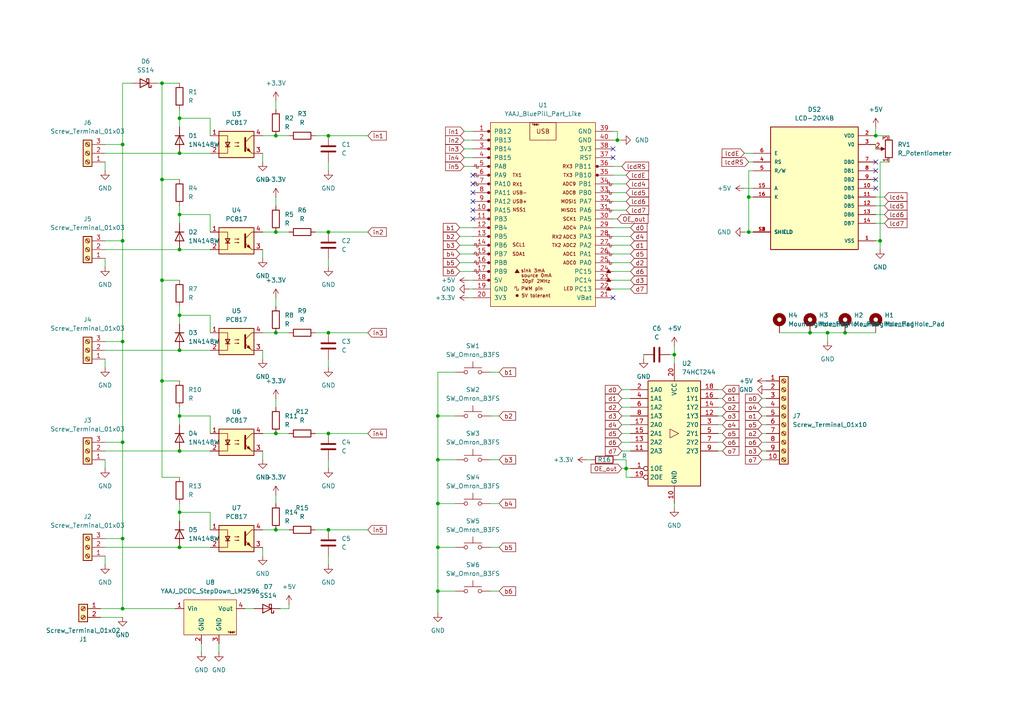
<source format=kicad_sch>
(kicad_sch (version 20231120) (generator "eeschema") (generator_version "8.0")
  (paper "A4")
  (lib_symbols
    (symbol "74xx:74HCT244"
      (property "Reference" "U" (at -7.62 16.51 0))
      (property "Value" "74HCT244" (at -7.62 -16.51 0))
      (symbol "74HCT244_1_0"
        (pin input inverted (at -12.7 -10.16 0) (length 5.08) (name "1OE") (number "1"))
        (pin power_in line (at 0 -20.32 90) (length 5.08) (name "GND") (number "10"))
        (pin input line (at -12.7 -5.08 0) (length 5.08) (name "2A3") (number "11"))
        (pin tri_state line (at 12.7 5.08 180) (length 5.08) (name "1Y3") (number "12"))
        (pin input line (at -12.7 -2.54 0) (length 5.08) (name "2A2") (number "13"))
        (pin tri_state line (at 12.7 7.62 180) (length 5.08) (name "1Y2") (number "14"))
        (pin input line (at -12.7 0 0) (length 5.08) (name "2A1") (number "15"))
        (pin tri_state line (at 12.7 10.16 180) (length 5.08) (name "1Y1") (number "16"))
        (pin input line (at -12.7 2.54 0) (length 5.08) (name "2A0") (number "17"))
        (pin tri_state line (at 12.7 12.7 180) (length 5.08) (name "1Y0") (number "18"))
        (pin input inverted (at -12.7 -12.7 0) (length 5.08) (name "2OE") (number "19"))
        (pin input line (at -12.7 12.7 0) (length 5.08) (name "1A0") (number "2"))
        (pin power_in line (at 0 20.32 270) (length 5.08) (name "VCC") (number "20"))
        (pin tri_state line (at 12.7 2.54 180) (length 5.08) (name "2Y0") (number "3"))
        (pin input line (at -12.7 10.16 0) (length 5.08) (name "1A1") (number "4"))
        (pin tri_state line (at 12.7 0 180) (length 5.08) (name "2Y1") (number "5"))
        (pin input line (at -12.7 7.62 0) (length 5.08) (name "1A2") (number "6"))
        (pin tri_state line (at 12.7 -2.54 180) (length 5.08) (name "2Y2") (number "7"))
        (pin input line (at -12.7 5.08 0) (length 5.08) (name "1A3") (number "8"))
        (pin tri_state line (at 12.7 -5.08 180) (length 5.08) (name "2Y3") (number "9"))
      )
    )
    (symbol "Connector:Screw_Terminal_01x02" (pin_names (offset 1.016) hide)
      (property "Reference" "J" (at 0 2.54 0))
      (property "Value" "Screw_Terminal_01x02" (at 0 -5.08 0))
      (symbol "Screw_Terminal_01x02_1_1"
        (pin passive line (at -5.08 0 0) (length 3.81) (name "Pin_1") (number "1"))
        (pin passive line (at -5.08 -2.54 0) (length 3.81) (name "Pin_2") (number "2"))
      )
    )
    (symbol "Connector:Screw_Terminal_01x03" (pin_names (offset 1.016) hide)
      (property "Reference" "J" (at 0 5.08 0))
      (property "Value" "Screw_Terminal_01x03" (at 0 -5.08 0))
      (symbol "Screw_Terminal_01x03_1_1"
        (pin passive line (at -5.08 2.54 0) (length 3.81) (name "Pin_1") (number "1"))
        (pin passive line (at -5.08 0 0) (length 3.81) (name "Pin_2") (number "2"))
        (pin passive line (at -5.08 -2.54 0) (length 3.81) (name "Pin_3") (number "3"))
      )
    )
    (symbol "Connector:Screw_Terminal_01x10" (pin_names (offset 1.016) hide)
      (property "Reference" "J" (at 0 12.7 0))
      (property "Value" "Screw_Terminal_01x10" (at 0 -15.24 0))
      (symbol "Screw_Terminal_01x10_1_1"
        (pin passive line (at -5.08 10.16 0) (length 3.81) (name "Pin_1") (number "1"))
        (pin passive line (at -5.08 -12.7 0) (length 3.81) (name "Pin_10") (number "10"))
        (pin passive line (at -5.08 7.62 0) (length 3.81) (name "Pin_2") (number "2"))
        (pin passive line (at -5.08 5.08 0) (length 3.81) (name "Pin_3") (number "3"))
        (pin passive line (at -5.08 2.54 0) (length 3.81) (name "Pin_4") (number "4"))
        (pin passive line (at -5.08 0 0) (length 3.81) (name "Pin_5") (number "5"))
        (pin passive line (at -5.08 -2.54 0) (length 3.81) (name "Pin_6") (number "6"))
        (pin passive line (at -5.08 -5.08 0) (length 3.81) (name "Pin_7") (number "7"))
        (pin passive line (at -5.08 -7.62 0) (length 3.81) (name "Pin_8") (number "8"))
        (pin passive line (at -5.08 -10.16 0) (length 3.81) (name "Pin_9") (number "9"))
      )
    )
    (symbol "Device:C" (pin_numbers hide) (pin_names (offset 0.254))
      (property "Reference" "C" (at 0.635 2.54 0))
      (property "Value" "C" (at 0.635 -2.54 0))
      (symbol "C_1_1"
        (pin passive line (at 0 3.81 270) (length 2.794) (name "~") (number "1"))
        (pin passive line (at 0 -3.81 90) (length 2.794) (name "~") (number "2"))
      )
    )
    (symbol "Device:R" (pin_numbers hide) (pin_names (offset 0))
      (property "Reference" "R" (at 2.032 0 90))
      (property "Value" "R" (at 0 0 90))
      (symbol "R_1_1"
        (pin passive line (at 0 3.81 270) (length 1.27) (name "~") (number "1"))
        (pin passive line (at 0 -3.81 90) (length 1.27) (name "~") (number "2"))
      )
    )
    (symbol "Device:R_Potentiometer" (pin_names (offset 1.016) hide)
      (property "Reference" "RV" (at -4.445 0 90))
      (property "Value" "R_Potentiometer" (at -2.54 0 90))
      (symbol "R_Potentiometer_1_1"
        (pin passive line (at 0 3.81 270) (length 1.27) (name "1") (number "1"))
        (pin passive line (at 3.81 0 180) (length 1.27) (name "2") (number "2"))
        (pin passive line (at 0 -3.81 90) (length 1.27) (name "3") (number "3"))
      )
    )
    (symbol "Diode:1N4148W" (pin_numbers hide) (pin_names hide)
      (property "Reference" "D" (at 0 2.54 0))
      (property "Value" "1N4148W" (at 0 -2.54 0))
      (symbol "1N4148W_1_1"
        (pin passive line (at -3.81 0 0) (length 2.54) (name "K") (number "1"))
        (pin passive line (at 3.81 0 180) (length 2.54) (name "A") (number "2"))
      )
    )
    (symbol "Diode:SS14" (pin_numbers hide) (pin_names (offset 1.016) hide)
      (property "Reference" "D" (at 0 2.54 0))
      (property "Value" "SS14" (at 0 -2.54 0))
      (symbol "SS14_1_1"
        (pin passive line (at -3.81 0 0) (length 2.54) (name "K") (number "1"))
        (pin passive line (at 3.81 0 180) (length 2.54) (name "A") (number "2"))
      )
    )
    (symbol "Isolator:PC817" (pin_names (offset 1.016))
      (property "Reference" "U" (at -5.08 5.08 0))
      (property "Value" "PC817" (at 0 5.08 0))
      (symbol "PC817_1_1"
        (pin passive line (at -7.62 2.54 0) (length 2.54) (name "~") (number "1"))
        (pin passive line (at -7.62 -2.54 0) (length 2.54) (name "~") (number "2"))
        (pin passive line (at 7.62 -2.54 180) (length 2.54) (name "~") (number "3"))
        (pin passive line (at 7.62 2.54 180) (length 2.54) (name "~") (number "4"))
      )
    )
    (symbol "LCD-20X4B:LCD-20X4B" (pin_names (offset 1.016))
      (property "Reference" "DS" (at -12.7 19.05 0))
      (property "Value" "LCD-20X4B" (at -12.7 -20.32 0))
      (symbol "LCD-20X4B_0_0"
        (pin power_in line (at 17.78 -15.24 180) (length 5.08) (name "VSS") (number "1"))
        (pin bidirectional line (at 17.78 0 180) (length 5.08) (name "DB3") (number "10"))
        (pin bidirectional line (at 17.78 -2.54 180) (length 5.08) (name "DB4") (number "11"))
        (pin bidirectional line (at 17.78 -5.08 180) (length 5.08) (name "DB5") (number "12"))
        (pin bidirectional line (at 17.78 -7.62 180) (length 5.08) (name "DB6") (number "13"))
        (pin bidirectional line (at 17.78 -10.16 180) (length 5.08) (name "DB7") (number "14"))
        (pin passive line (at -17.78 0 0) (length 5.08) (name "A") (number "15"))
        (pin passive line (at -17.78 -2.54 0) (length 5.08) (name "K") (number "16"))
        (pin power_in line (at 17.78 15.24 180) (length 5.08) (name "VDD") (number "2"))
        (pin power_in line (at 17.78 12.7 180) (length 5.08) (name "V0") (number "3"))
        (pin input line (at -17.78 7.62 0) (length 5.08) (name "RS") (number "4"))
        (pin input line (at -17.78 5.08 0) (length 5.08) (name "R/W") (number "5"))
        (pin input line (at -17.78 10.16 0) (length 5.08) (name "E") (number "6"))
        (pin bidirectional line (at 17.78 7.62 180) (length 5.08) (name "DB0") (number "7"))
        (pin bidirectional line (at 17.78 5.08 180) (length 5.08) (name "DB1") (number "8"))
        (pin bidirectional line (at 17.78 2.54 180) (length 5.08) (name "DB2") (number "9"))
        (pin passive line (at -17.78 -12.7 0) (length 5.08) (name "SHIELD") (number "S1"))
        (pin passive line (at -17.78 -12.7 0) (length 5.08) (name "SHIELD") (number "S2"))
        (pin passive line (at -17.78 -12.7 0) (length 5.08) (name "SHIELD") (number "S3"))
        (pin passive line (at -17.78 -12.7 0) (length 5.08) (name "SHIELD") (number "S4"))
      )
    )
    (symbol "Mechanical:MountingHole_Pad" (pin_numbers hide) (pin_names (offset 1.016) hide) (exclude_from_sim yes) (in_bom no)
      (property "Reference" "H" (at 0 6.35 0))
      (property "Value" "MountingHole_Pad" (at 0 4.445 0))
      (symbol "MountingHole_Pad_1_1"
        (pin input line (at 0 -2.54 90) (length 2.54) (name "1") (number "1"))
      )
    )
    (symbol "Switch:SW_Omron_B3FS" (pin_numbers hide) (pin_names (offset 1.016) hide)
      (property "Reference" "SW" (at 1.27 2.54 0))
      (property "Value" "SW_Omron_B3FS" (at 0 -1.524 0))
      (symbol "SW_Omron_B3FS_0_1"
        (pin passive line (at -5.08 0 0) (length 2.54) (name "1") (number "1"))
        (pin passive line (at 5.08 0 180) (length 2.54) (name "2") (number "2"))
      )
    )
    (symbol "YAAJ_BluePill_Part_Like:YAAJ_BluePill_Part_Like" (pin_names (offset 1.016))
      (property "Reference" "U" (at -12.7 25.4 0))
      (property "Value" "YAAJ_BluePill_Part_Like" (at 0 2.54 90))
      (symbol "YAAJ_BluePill_Part_Like_0_0"
        (text "30pF 2MHz" (at -2.032 -20.574 0) (effects (font (size 0.9906 0.9906))))
        (text "5V tolerant" (at -2.032 -24.765 0) (effects (font (size 0.9906 0.9906))))
        (text "ADC0" (at 7.747 -15.24 0) (effects (font (size 0.9906 0.9906))))
        (text "ADC1" (at 7.747 -12.7 0) (effects (font (size 0.9906 0.9906))))
        (text "ADC2" (at 7.747 -10.16 0) (effects (font (size 0.9906 0.9906))))
        (text "ADC3" (at 7.747 -7.747 0) (effects (font (size 0.9906 0.9906))))
        (text "ADC4" (at 7.747 -5.08 0) (effects (font (size 0.9906 0.9906))))
        (text "ADC8" (at 7.62 5.08 0) (effects (font (size 0.9906 0.9906))))
        (text "ADC9" (at 7.62 7.62 0) (effects (font (size 0.9906 0.9906))))
        (text "LED" (at 7.366 -22.733 0) (effects (font (size 0.9906 0.9906))))
        (text "MISO1" (at 7.493 0 0) (effects (font (size 0.9906 0.9906))))
        (text "MOSI1" (at 7.493 2.54 0) (effects (font (size 0.9906 0.9906))))
        (text "NSS1" (at -6.858 0.127 0) (effects (font (size 0.9906 0.9906))))
        (text "PWM pin" (at -3.175 -22.733 0) (effects (font (size 0.9906 0.9906))))
        (text "RX1" (at -7.366 7.493 0) (effects (font (size 0.9906 0.9906))))
        (text "RX2" (at 4.064 -7.747 0) (effects (font (size 0.9906 0.9906))))
        (text "RX3" (at 7.112 12.7 0) (effects (font (size 0.9906 0.9906))))
        (text "SCK1" (at 7.747 -2.54 0) (effects (font (size 0.9906 0.9906))))
        (text "SCL1" (at -6.985 -10.033 0) (effects (font (size 0.9906 0.9906))))
        (text "SDA1" (at -6.985 -12.7 0) (effects (font (size 0.9906 0.9906))))
        (text "sink 3mA" (at -2.921 -17.526 0) (effects (font (size 0.9906 0.9906))))
        (text "source 0mA" (at -1.905 -18.923 0) (effects (font (size 0.9906 0.9906))))
        (text "TX1" (at -7.493 10.16 0) (effects (font (size 0.9906 0.9906))))
        (text "TX2" (at 3.937 -10.16 0) (effects (font (size 0.9906 0.9906))))
        (text "TX3" (at 7.239 10.16 0) (effects (font (size 0.9906 0.9906))))
        (text "USB" (at 0 22.86 0) (effects (font (size 1.27 1.27))))
        (text "USB+" (at -6.731 2.54 0) (effects (font (size 0.9906 0.9906))))
        (text "USB-" (at -6.731 5.08 0) (effects (font (size 0.9906 0.9906))))
        (text "Y@@J" (at -2.159 24.892 0) (effects (font (size 0.508 0.508))))
      )
      (symbol "YAAJ_BluePill_Part_Like_1_1"
        (pin bidirectional line (at -20.32 22.86 0) (length 5.08) (name "PB12") (number "1"))
        (pin bidirectional line (at -20.32 0 0) (length 5.08) (name "PA15") (number "10"))
        (pin bidirectional line (at -20.32 -2.54 0) (length 5.08) (name "PB3") (number "11"))
        (pin bidirectional line (at -20.32 -5.08 0) (length 5.08) (name "PB4") (number "12"))
        (pin bidirectional line (at -20.32 -7.62 0) (length 5.08) (name "PB5") (number "13"))
        (pin bidirectional line (at -20.32 -10.16 0) (length 5.08) (name "PB6") (number "14"))
        (pin bidirectional line (at -20.32 -12.7 0) (length 5.08) (name "PB7") (number "15"))
        (pin bidirectional line (at -20.32 -15.24 0) (length 5.08) (name "PB8") (number "16"))
        (pin bidirectional line (at -20.32 -17.78 0) (length 5.08) (name "PB9") (number "17"))
        (pin power_in line (at -20.32 -20.32 0) (length 5.08) (name "5V") (number "18"))
        (pin power_in line (at -20.32 -22.86 0) (length 5.08) (name "GND") (number "19"))
        (pin bidirectional line (at -20.32 20.32 0) (length 5.08) (name "PB13") (number "2"))
        (pin power_in line (at -20.32 -25.4 0) (length 5.08) (name "3V3") (number "20"))
        (pin power_in line (at 20.32 -25.4 180) (length 5.08) (name "VBat") (number "21"))
        (pin bidirectional line (at 20.32 -22.86 180) (length 5.08) (name "PC13") (number "22"))
        (pin bidirectional line (at 20.32 -20.32 180) (length 5.08) (name "PC14") (number "23"))
        (pin bidirectional line (at 20.32 -17.78 180) (length 5.08) (name "PC15") (number "24"))
        (pin bidirectional line (at 20.32 -15.24 180) (length 5.08) (name "PA0") (number "25"))
        (pin bidirectional line (at 20.32 -12.7 180) (length 5.08) (name "PA1") (number "26"))
        (pin bidirectional line (at 20.32 -10.16 180) (length 5.08) (name "PA2") (number "27"))
        (pin bidirectional line (at 20.32 -7.62 180) (length 5.08) (name "PA3") (number "28"))
        (pin bidirectional line (at 20.32 -5.08 180) (length 5.08) (name "PA4") (number "29"))
        (pin bidirectional line (at -20.32 17.78 0) (length 5.08) (name "PB14") (number "3"))
        (pin bidirectional line (at 20.32 -2.54 180) (length 5.08) (name "PA5") (number "30"))
        (pin bidirectional line (at 20.32 0 180) (length 5.08) (name "PA6") (number "31"))
        (pin bidirectional line (at 20.32 2.54 180) (length 5.08) (name "PA7") (number "32"))
        (pin bidirectional line (at 20.32 5.08 180) (length 5.08) (name "PB0") (number "33"))
        (pin bidirectional line (at 20.32 7.62 180) (length 5.08) (name "PB1") (number "34"))
        (pin bidirectional line (at 20.32 10.16 180) (length 5.08) (name "PB10") (number "35"))
        (pin bidirectional line (at 20.32 12.7 180) (length 5.08) (name "PB11") (number "36"))
        (pin input line (at 20.32 15.24 180) (length 5.08) (name "RST") (number "37"))
        (pin power_in line (at 20.32 17.78 180) (length 5.08) (name "3V3") (number "38"))
        (pin power_in line (at 20.32 22.86 180) (length 5.08) (name "GND") (number "39"))
        (pin bidirectional line (at -20.32 15.24 0) (length 5.08) (name "PB15") (number "4"))
        (pin power_in line (at 20.32 20.32 180) (length 5.08) (name "GND") (number "40"))
        (pin bidirectional line (at -20.32 12.7 0) (length 5.08) (name "PA8") (number "5"))
        (pin bidirectional line (at -20.32 10.16 0) (length 5.08) (name "PA9") (number "6"))
        (pin bidirectional line (at -20.32 7.62 0) (length 5.08) (name "PA10") (number "7"))
        (pin bidirectional line (at -20.32 5.08 0) (length 5.08) (name "PA11") (number "8"))
        (pin bidirectional line (at -20.32 2.54 0) (length 5.08) (name "PA12") (number "9"))
      )
    )
    (symbol "power:+3.3V" (power) (pin_numbers hide) (pin_names (offset 0) hide)
      (property "Value" "+3.3V" (at 0 3.556 0))
      (symbol "+3.3V_1_1"
        (pin power_in line (at 0 0 90) (length 0) (name "~") (number "1"))
      )
    )
    (symbol "power:+5V" (power) (pin_numbers hide) (pin_names (offset 0) hide)
      (property "Value" "+5V" (at 0 3.556 0))
      (symbol "+5V_1_1"
        (pin power_in line (at 0 0 90) (length 0) (name "~") (number "1"))
      )
    )
    (symbol "power:GND" (power) (pin_numbers hide) (pin_names (offset 0) hide)
      (property "Value" "GND" (at 0 -3.81 0))
      (symbol "GND_1_1"
        (pin power_in line (at 0 0 270) (length 0) (name "~") (number "1"))
      )
    )
    (symbol "yaaj_dcdc_stepdown_lm2596:YAAJ_DCDC_StepDown_LM2596" (pin_names (offset 1.016))
      (property "Reference" "U" (at -5.08 6.35 0))
      (property "Value" "YAAJ_DCDC_StepDown_LM2596" (at 0 11.43 0))
      (symbol "YAAJ_DCDC_StepDown_LM2596_1_1"
        (text "Y@@V" (at 6.1976 -4.2672 0) (effects (font (size 0.508 0.508))))
        (pin power_in line (at -10.16 2.54 0) (length 2.54) (name "Vin") (number "1"))
        (pin power_in line (at -2.54 -7.62 90) (length 2.54) (name "GND") (number "2"))
        (pin power_in line (at 2.54 -7.62 90) (length 2.54) (name "GND") (number "3"))
        (pin power_out line (at 10.16 2.54 180) (length 2.54) (name "Vout") (number "4"))
      )
    )
  )
  (junction (at 52.07 130.81))
  (junction (at 46.99 24.13))
  (junction (at 179.07 40.64))
  (junction (at 80.01 39.37))
  (junction (at 127 133.35))
  (junction (at 80.01 153.67))
  (junction (at 35.56 176.53))
  (junction (at 95.25 39.37))
  (junction (at 52.07 120.65))
  (junction (at 255.27 69.85))
  (junction (at 234.95 96.52))
  (junction (at 127 171.45))
  (junction (at 35.56 99.06))
  (junction (at 195.58 102.87))
  (junction (at 52.07 62.23))
  (junction (at 46.99 81.28))
  (junction (at 217.17 57.15))
  (junction (at 127 120.65))
  (junction (at 127 158.75))
  (junction (at 80.01 67.31))
  (junction (at 52.07 72.39))
  (junction (at 46.99 52.07))
  (junction (at 52.07 148.59))
  (junction (at 240.03 96.52))
  (junction (at 95.25 67.31))
  (junction (at 52.07 34.29))
  (junction (at 52.07 101.6))
  (junction (at 254 39.37))
  (junction (at 181.61 135.89))
  (junction (at 35.56 128.27))
  (junction (at 245.11 96.52))
  (junction (at 52.07 44.45))
  (junction (at 35.56 156.21))
  (junction (at 46.99 110.49))
  (junction (at 35.56 69.85))
  (junction (at 52.07 91.44))
  (junction (at 52.07 158.75))
  (junction (at 80.01 125.73))
  (junction (at 95.25 153.67))
  (junction (at 95.25 125.73))
  (junction (at 217.17 67.31))
  (junction (at 127 146.05))
  (junction (at 80.01 96.52))
  (junction (at 95.25 96.52))
  (junction (at 35.56 41.91))
  (no_connect (at 254 52.07))
  (no_connect (at 177.8 45.72))
  (no_connect (at 137.16 58.42))
  (no_connect (at 137.16 53.34))
  (no_connect (at 177.8 43.18))
  (no_connect (at 137.16 50.8))
  (no_connect (at 254 49.53))
  (no_connect (at 137.16 55.88))
  (no_connect (at 137.16 60.96))
  (no_connect (at 177.8 86.36))
  (no_connect (at 137.16 63.5))
  (no_connect (at 254 46.99))
  (no_connect (at 254 54.61))
  (wire (pts (xy 209.55 130.81) (xy 208.28 130.81)))
  (wire (pts (xy 30.48 156.21) (xy 35.56 156.21)))
  (wire (pts (xy 254 39.37) (xy 257.81 39.37)))
  (wire (pts (xy 81.28 176.53) (xy 83.82 176.53)))
  (wire (pts (xy 46.99 24.13) (xy 52.07 24.13)))
  (wire (pts (xy 218.44 54.61) (xy 215.9 54.61)))
  (wire (pts (xy 52.07 88.9) (xy 52.07 91.44)))
  (wire (pts (xy 91.44 96.52) (xy 95.25 96.52)))
  (wire (pts (xy 179.07 40.64) (xy 177.8 40.64)))
  (wire (pts (xy 181.61 58.42) (xy 177.8 58.42)))
  (wire (pts (xy 127 120.65) (xy 132.08 120.65)))
  (wire (pts (xy 60.96 120.65) (xy 52.07 120.65)))
  (wire (pts (xy 134.62 40.64) (xy 137.16 40.64)))
  (wire (pts (xy 30.48 161.29) (xy 30.48 163.83)))
  (wire (pts (xy 35.56 128.27) (xy 35.56 156.21)))
  (wire (pts (xy 60.96 148.59) (xy 52.07 148.59)))
  (wire (pts (xy 180.34 128.27) (xy 182.88 128.27)))
  (wire (pts (xy 142.24 146.05) (xy 144.78 146.05)))
  (wire (pts (xy 52.07 146.05) (xy 52.07 148.59)))
  (wire (pts (xy 220.98 118.11) (xy 222.25 118.11)))
  (wire (pts (xy 220.98 125.73) (xy 222.25 125.73)))
  (wire (pts (xy 95.25 39.37) (xy 106.68 39.37)))
  (wire (pts (xy 181.61 138.43) (xy 181.61 135.89)))
  (wire (pts (xy 35.56 69.85) (xy 35.56 99.06)))
  (wire (pts (xy 60.96 67.31) (xy 60.96 62.23)))
  (wire (pts (xy 76.2 130.81) (xy 76.2 133.35)))
  (wire (pts (xy 181.61 53.34) (xy 177.8 53.34)))
  (wire (pts (xy 91.44 125.73) (xy 95.25 125.73)))
  (wire (pts (xy 195.58 102.87) (xy 195.58 105.41)))
  (wire (pts (xy 209.55 115.57) (xy 208.28 115.57)))
  (wire (pts (xy 217.17 67.31) (xy 218.44 67.31)))
  (wire (pts (xy 46.99 81.28) (xy 46.99 110.49)))
  (wire (pts (xy 134.62 45.72) (xy 137.16 45.72)))
  (wire (pts (xy 52.07 44.45) (xy 60.96 44.45)))
  (wire (pts (xy 127 146.05) (xy 132.08 146.05)))
  (wire (pts (xy 52.07 148.59) (xy 52.07 151.13)))
  (wire (pts (xy 133.35 71.12) (xy 137.16 71.12)))
  (wire (pts (xy 52.07 34.29) (xy 52.07 36.83)))
  (wire (pts (xy 35.56 24.13) (xy 35.56 41.91)))
  (wire (pts (xy 254 43.18) (xy 254 41.91)))
  (wire (pts (xy 182.88 68.58) (xy 177.8 68.58)))
  (wire (pts (xy 30.48 104.14) (xy 30.48 106.68)))
  (wire (pts (xy 127 107.95) (xy 132.08 107.95)))
  (wire (pts (xy 76.2 44.45) (xy 76.2 46.99)))
  (wire (pts (xy 95.25 74.93) (xy 95.25 77.47)))
  (wire (pts (xy 220.98 115.57) (xy 222.25 115.57)))
  (wire (pts (xy 52.07 59.69) (xy 52.07 62.23)))
  (wire (pts (xy 209.55 123.19) (xy 208.28 123.19)))
  (wire (pts (xy 38.1 24.13) (xy 35.56 24.13)))
  (wire (pts (xy 134.62 43.18) (xy 137.16 43.18)))
  (wire (pts (xy 179.07 63.5) (xy 177.8 63.5)))
  (wire (pts (xy 220.98 123.19) (xy 222.25 123.19)))
  (wire (pts (xy 52.07 81.28) (xy 46.99 81.28)))
  (wire (pts (xy 60.96 62.23) (xy 52.07 62.23)))
  (wire (pts (xy 76.2 153.67) (xy 80.01 153.67)))
  (wire (pts (xy 30.48 99.06) (xy 35.56 99.06)))
  (wire (pts (xy 182.88 138.43) (xy 181.61 138.43)))
  (wire (pts (xy 52.07 91.44) (xy 52.07 93.98)))
  (wire (pts (xy 218.44 57.15) (xy 217.17 57.15)))
  (wire (pts (xy 182.88 78.74) (xy 177.8 78.74)))
  (wire (pts (xy 76.2 158.75) (xy 76.2 161.29)))
  (wire (pts (xy 217.17 49.53) (xy 217.17 57.15)))
  (wire (pts (xy 95.25 125.73) (xy 106.68 125.73)))
  (wire (pts (xy 60.96 153.67) (xy 60.96 148.59)))
  (wire (pts (xy 181.61 133.35) (xy 181.61 135.89)))
  (wire (pts (xy 180.34 40.64) (xy 179.07 40.64)))
  (wire (pts (xy 60.96 125.73) (xy 60.96 120.65)))
  (wire (pts (xy 95.25 133.35) (xy 95.25 135.89)))
  (wire (pts (xy 181.61 50.8) (xy 177.8 50.8)))
  (wire (pts (xy 80.01 29.21) (xy 80.01 31.75)))
  (wire (pts (xy 52.07 101.6) (xy 60.96 101.6)))
  (wire (pts (xy 80.01 67.31) (xy 83.82 67.31)))
  (wire (pts (xy 209.55 118.11) (xy 208.28 118.11)))
  (wire (pts (xy 76.2 125.73) (xy 80.01 125.73)))
  (wire (pts (xy 180.34 115.57) (xy 182.88 115.57)))
  (wire (pts (xy 30.48 46.99) (xy 30.48 49.53)))
  (wire (pts (xy 127 158.75) (xy 132.08 158.75)))
  (wire (pts (xy 80.01 39.37) (xy 83.82 39.37)))
  (wire (pts (xy 177.8 38.1) (xy 179.07 38.1)))
  (wire (pts (xy 30.48 128.27) (xy 35.56 128.27)))
  (wire (pts (xy 30.48 41.91) (xy 35.56 41.91)))
  (wire (pts (xy 135.89 83.82) (xy 137.16 83.82)))
  (wire (pts (xy 30.48 130.81) (xy 52.07 130.81)))
  (wire (pts (xy 182.88 81.28) (xy 177.8 81.28)))
  (wire (pts (xy 182.88 71.12) (xy 177.8 71.12)))
  (wire (pts (xy 80.01 143.51) (xy 80.01 146.05)))
  (wire (pts (xy 180.34 125.73) (xy 182.88 125.73)))
  (wire (pts (xy 52.07 62.23) (xy 52.07 64.77)))
  (wire (pts (xy 127 171.45) (xy 127 158.75)))
  (wire (pts (xy 80.01 96.52) (xy 83.82 96.52)))
  (wire (pts (xy 35.56 99.06) (xy 35.56 128.27)))
  (wire (pts (xy 52.07 118.11) (xy 52.07 120.65)))
  (wire (pts (xy 60.96 39.37) (xy 60.96 34.29)))
  (wire (pts (xy 76.2 72.39) (xy 76.2 74.93)))
  (wire (pts (xy 133.35 78.74) (xy 137.16 78.74)))
  (wire (pts (xy 52.07 120.65) (xy 52.07 123.19)))
  (wire (pts (xy 91.44 67.31) (xy 95.25 67.31)))
  (wire (pts (xy 95.25 96.52) (xy 106.68 96.52)))
  (wire (pts (xy 46.99 138.43) (xy 46.99 110.49)))
  (wire (pts (xy 135.89 86.36) (xy 137.16 86.36)))
  (wire (pts (xy 95.25 67.31) (xy 106.68 67.31)))
  (wire (pts (xy 254 69.85) (xy 255.27 69.85)))
  (wire (pts (xy 80.01 86.36) (xy 80.01 88.9)))
  (wire (pts (xy 254 57.15) (xy 256.54 57.15)))
  (wire (pts (xy 30.48 158.75) (xy 52.07 158.75)))
  (wire (pts (xy 218.44 49.53) (xy 217.17 49.53)))
  (wire (pts (xy 30.48 72.39) (xy 52.07 72.39)))
  (wire (pts (xy 180.34 120.65) (xy 182.88 120.65)))
  (wire (pts (xy 35.56 156.21) (xy 35.56 176.53)))
  (wire (pts (xy 195.58 100.33) (xy 195.58 102.87)))
  (wire (pts (xy 142.24 120.65) (xy 144.78 120.65)))
  (wire (pts (xy 209.55 120.65) (xy 208.28 120.65)))
  (wire (pts (xy 180.34 48.26) (xy 177.8 48.26)))
  (wire (pts (xy 52.07 138.43) (xy 46.99 138.43)))
  (wire (pts (xy 217.17 46.99) (xy 218.44 46.99)))
  (wire (pts (xy 52.07 158.75) (xy 60.96 158.75)))
  (wire (pts (xy 76.2 39.37) (xy 80.01 39.37)))
  (wire (pts (xy 215.9 67.31) (xy 217.17 67.31)))
  (wire (pts (xy 30.48 44.45) (xy 52.07 44.45)))
  (wire (pts (xy 142.24 107.95) (xy 144.78 107.95)))
  (wire (pts (xy 181.61 60.96) (xy 177.8 60.96)))
  (wire (pts (xy 133.35 68.58) (xy 137.16 68.58)))
  (wire (pts (xy 134.62 48.26) (xy 137.16 48.26)))
  (wire (pts (xy 245.11 96.52) (xy 254 96.52)))
  (wire (pts (xy 133.35 76.2) (xy 137.16 76.2)))
  (wire (pts (xy 91.44 39.37) (xy 95.25 39.37)))
  (wire (pts (xy 217.17 57.15) (xy 217.17 67.31)))
  (wire (pts (xy 180.34 113.03) (xy 182.88 113.03)))
  (wire (pts (xy 220.98 133.35) (xy 222.25 133.35)))
  (wire (pts (xy 133.35 66.04) (xy 137.16 66.04)))
  (wire (pts (xy 209.55 125.73) (xy 208.28 125.73)))
  (wire (pts (xy 257.81 46.99) (xy 255.27 46.99)))
  (wire (pts (xy 240.03 96.52) (xy 245.11 96.52)))
  (wire (pts (xy 46.99 52.07) (xy 46.99 81.28)))
  (wire (pts (xy 95.25 161.29) (xy 95.25 163.83)))
  (wire (pts (xy 179.07 133.35) (xy 181.61 133.35)))
  (wire (pts (xy 29.21 179.07) (xy 35.56 179.07)))
  (wire (pts (xy 181.61 55.88) (xy 177.8 55.88)))
  (wire (pts (xy 80.01 57.15) (xy 80.01 59.69)))
  (wire (pts (xy 127 171.45) (xy 132.08 171.45)))
  (wire (pts (xy 52.07 110.49) (xy 46.99 110.49)))
  (wire (pts (xy 52.07 31.75) (xy 52.07 34.29)))
  (wire (pts (xy 30.48 133.35) (xy 30.48 135.89)))
  (wire (pts (xy 180.34 118.11) (xy 182.88 118.11)))
  (wire (pts (xy 63.5 186.69) (xy 63.5 189.23)))
  (wire (pts (xy 35.56 176.53) (xy 50.8 176.53)))
  (wire (pts (xy 80.01 115.57) (xy 80.01 118.11)))
  (wire (pts (xy 52.07 130.81) (xy 60.96 130.81)))
  (wire (pts (xy 182.88 73.66) (xy 177.8 73.66)))
  (wire (pts (xy 194.31 102.87) (xy 195.58 102.87)))
  (wire (pts (xy 133.35 73.66) (xy 137.16 73.66)))
  (wire (pts (xy 142.24 171.45) (xy 144.78 171.45)))
  (wire (pts (xy 30.48 101.6) (xy 52.07 101.6)))
  (wire (pts (xy 127 133.35) (xy 127 120.65)))
  (wire (pts (xy 52.07 72.39) (xy 60.96 72.39)))
  (wire (pts (xy 76.2 96.52) (xy 80.01 96.52)))
  (wire (pts (xy 127 120.65) (xy 127 107.95)))
  (wire (pts (xy 220.98 130.81) (xy 222.25 130.81)))
  (wire (pts (xy 180.34 123.19) (xy 182.88 123.19)))
  (wire (pts (xy 127 158.75) (xy 127 146.05)))
  (wire (pts (xy 45.72 24.13) (xy 46.99 24.13)))
  (wire (pts (xy 95.25 104.14) (xy 95.25 106.68)))
  (wire (pts (xy 186.69 102.87) (xy 186.69 104.14)))
  (wire (pts (xy 60.96 96.52) (xy 60.96 91.44)))
  (wire (pts (xy 71.12 176.53) (xy 73.66 176.53)))
  (wire (pts (xy 179.07 38.1) (xy 179.07 40.64)))
  (wire (pts (xy 60.96 91.44) (xy 52.07 91.44)))
  (wire (pts (xy 255.27 46.99) (xy 255.27 69.85)))
  (wire (pts (xy 76.2 101.6) (xy 76.2 104.14)))
  (wire (pts (xy 209.55 128.27) (xy 208.28 128.27)))
  (wire (pts (xy 80.01 125.73) (xy 83.82 125.73)))
  (wire (pts (xy 254 36.83) (xy 254 39.37)))
  (wire (pts (xy 58.42 186.69) (xy 58.42 189.23)))
  (wire (pts (xy 180.34 130.81) (xy 182.88 130.81)))
  (wire (pts (xy 127 133.35) (xy 132.08 133.35)))
  (wire (pts (xy 209.55 113.03) (xy 208.28 113.03)))
  (wire (pts (xy 134.62 38.1) (xy 137.16 38.1)))
  (wire (pts (xy 127 177.8) (xy 127 171.45)))
  (wire (pts (xy 182.88 76.2) (xy 177.8 76.2)))
  (wire (pts (xy 254 64.77) (xy 256.54 64.77)))
  (wire (pts (xy 254 62.23) (xy 256.54 62.23)))
  (wire (pts (xy 180.34 135.89) (xy 181.61 135.89)))
  (wire (pts (xy 142.24 133.35) (xy 144.78 133.35)))
  (wire (pts (xy 220.98 120.65) (xy 222.25 120.65)))
  (wire (pts (xy 95.25 46.99) (xy 95.25 49.53)))
  (wire (pts (xy 30.48 74.93) (xy 30.48 77.47)))
  (wire (pts (xy 195.58 146.05) (xy 195.58 147.32)))
  (wire (pts (xy 226.06 96.52) (xy 234.95 96.52)))
  (wire (pts (xy 95.25 153.67) (xy 106.68 153.67)))
  (wire (pts (xy 76.2 67.31) (xy 80.01 67.31)))
  (wire (pts (xy 182.88 66.04) (xy 177.8 66.04)))
  (wire (pts (xy 220.98 128.27) (xy 222.25 128.27)))
  (wire (pts (xy 181.61 135.89) (xy 182.88 135.89)))
  (wire (pts (xy 30.48 69.85) (xy 35.56 69.85)))
  (wire (pts (xy 60.96 34.29) (xy 52.07 34.29)))
  (wire (pts (xy 215.9 44.45) (xy 218.44 44.45)))
  (wire (pts (xy 127 146.05) (xy 127 133.35)))
  (wire (pts (xy 80.01 153.67) (xy 83.82 153.67)))
  (wire (pts (xy 182.88 83.82) (xy 177.8 83.82)))
  (wire (pts (xy 83.82 176.53) (xy 83.82 175.26)))
  (wire (pts (xy 46.99 52.07) (xy 46.99 24.13)))
  (wire (pts (xy 255.27 69.85) (xy 255.27 72.39)))
  (wire (pts (xy 135.89 81.28) (xy 137.16 81.28)))
  (wire (pts (xy 52.07 52.07) (xy 46.99 52.07)))
  (wire (pts (xy 29.21 176.53) (xy 35.56 176.53)))
  (wire (pts (xy 240.03 99.06) (xy 240.03 96.52)))
  (wire (pts (xy 35.56 41.91) (xy 35.56 69.85)))
  (wire (pts (xy 254 59.69) (xy 256.54 59.69)))
  (wire (pts (xy 240.03 96.52) (xy 234.95 96.52)))
  (wire (pts (xy 91.44 153.67) (xy 95.25 153.67)))
  (wire (pts (xy 142.24 158.75) (xy 144.78 158.75)))
  (wire (pts (xy 171.45 133.35) (xy 170.18 133.35)))
  (global_label "d6" (shape input) (at 180.34 128.27 180) (property "Intersheetrefs" "${INTERSHEET_REFS}" (effects (hide yes))))
  (global_label "in1" (shape input) (at 106.68 39.37 0) (property "Intersheetrefs" "${INTERSHEET_REFS}" (effects (hide yes))))
  (global_label "d5" (shape input) (at 180.34 125.73 180) (property "Intersheetrefs" "${INTERSHEET_REFS}" (effects (hide yes))))
  (global_label "o2" (shape input) (at 220.98 125.73 180) (property "Intersheetrefs" "${INTERSHEET_REFS}" (effects (hide yes))))
  (global_label "b1" (shape input) (at 133.35 66.04 180) (property "Intersheetrefs" "${INTERSHEET_REFS}" (effects (hide yes))))
  (global_label "b1" (shape input) (at 144.78 107.95 0) (property "Intersheetrefs" "${INTERSHEET_REFS}" (effects (hide yes))))
  (global_label "in2" (shape input) (at 106.68 67.31 0) (property "Intersheetrefs" "${INTERSHEET_REFS}" (effects (hide yes))))
  (global_label "o0" (shape input) (at 220.98 115.57 180) (property "Intersheetrefs" "${INTERSHEET_REFS}" (effects (hide yes))))
  (global_label "b6" (shape input) (at 133.35 78.74 180) (property "Intersheetrefs" "${INTERSHEET_REFS}" (effects (hide yes))))
  (global_label "in5" (shape input) (at 134.62 48.26 180) (property "Intersheetrefs" "${INTERSHEET_REFS}" (effects (hide yes))))
  (global_label "lcd5" (shape input) (at 256.54 59.69 0) (property "Intersheetrefs" "${INTERSHEET_REFS}" (effects (hide yes))))
  (global_label "d4" (shape input) (at 182.88 68.58 0) (property "Intersheetrefs" "${INTERSHEET_REFS}" (effects (hide yes))))
  (global_label "in4" (shape input) (at 134.62 45.72 180) (property "Intersheetrefs" "${INTERSHEET_REFS}" (effects (hide yes))))
  (global_label "o6" (shape input) (at 220.98 128.27 180) (property "Intersheetrefs" "${INTERSHEET_REFS}" (effects (hide yes))))
  (global_label "OE_out" (shape input) (at 180.34 135.89 180) (property "Intersheetrefs" "${INTERSHEET_REFS}" (effects (hide yes))))
  (global_label "b5" (shape input) (at 144.78 158.75 0) (property "Intersheetrefs" "${INTERSHEET_REFS}" (effects (hide yes))))
  (global_label "o7" (shape input) (at 209.55 130.81 0) (property "Intersheetrefs" "${INTERSHEET_REFS}" (effects (hide yes))))
  (global_label "in3" (shape input) (at 134.62 43.18 180) (property "Intersheetrefs" "${INTERSHEET_REFS}" (effects (hide yes))))
  (global_label "b6" (shape input) (at 144.78 171.45 0) (property "Intersheetrefs" "${INTERSHEET_REFS}" (effects (hide yes))))
  (global_label "d7" (shape input) (at 182.88 83.82 0) (property "Intersheetrefs" "${INTERSHEET_REFS}" (effects (hide yes))))
  (global_label "b2" (shape input) (at 133.35 68.58 180) (property "Intersheetrefs" "${INTERSHEET_REFS}" (effects (hide yes))))
  (global_label "lcdE" (shape input) (at 181.61 50.8 0) (property "Intersheetrefs" "${INTERSHEET_REFS}" (effects (hide yes))))
  (global_label "d1" (shape input) (at 180.34 115.57 180) (property "Intersheetrefs" "${INTERSHEET_REFS}" (effects (hide yes))))
  (global_label "b2" (shape input) (at 144.78 120.65 0) (property "Intersheetrefs" "${INTERSHEET_REFS}" (effects (hide yes))))
  (global_label "lcdRS" (shape input) (at 180.34 48.26 0) (property "Intersheetrefs" "${INTERSHEET_REFS}" (effects (hide yes))))
  (global_label "b5" (shape input) (at 133.35 76.2 180) (property "Intersheetrefs" "${INTERSHEET_REFS}" (effects (hide yes))))
  (global_label "d2" (shape input) (at 180.34 118.11 180) (property "Intersheetrefs" "${INTERSHEET_REFS}" (effects (hide yes))))
  (global_label "in2" (shape input) (at 134.62 40.64 180) (property "Intersheetrefs" "${INTERSHEET_REFS}" (effects (hide yes))))
  (global_label "in5" (shape input) (at 106.68 153.67 0) (property "Intersheetrefs" "${INTERSHEET_REFS}" (effects (hide yes))))
  (global_label "b4" (shape input) (at 144.78 146.05 0) (property "Intersheetrefs" "${INTERSHEET_REFS}" (effects (hide yes))))
  (global_label "o2" (shape input) (at 209.55 118.11 0) (property "Intersheetrefs" "${INTERSHEET_REFS}" (effects (hide yes))))
  (global_label "d1" (shape input) (at 182.88 71.12 0) (property "Intersheetrefs" "${INTERSHEET_REFS}" (effects (hide yes))))
  (global_label "in3" (shape input) (at 106.68 96.52 0) (property "Intersheetrefs" "${INTERSHEET_REFS}" (effects (hide yes))))
  (global_label "d6" (shape input) (at 182.88 78.74 0) (property "Intersheetrefs" "${INTERSHEET_REFS}" (effects (hide yes))))
  (global_label "d5" (shape input) (at 182.88 73.66 0) (property "Intersheetrefs" "${INTERSHEET_REFS}" (effects (hide yes))))
  (global_label "o0" (shape input) (at 209.55 113.03 0) (property "Intersheetrefs" "${INTERSHEET_REFS}" (effects (hide yes))))
  (global_label "o4" (shape input) (at 220.98 118.11 180) (property "Intersheetrefs" "${INTERSHEET_REFS}" (effects (hide yes))))
  (global_label "o1" (shape input) (at 220.98 120.65 180) (property "Intersheetrefs" "${INTERSHEET_REFS}" (effects (hide yes))))
  (global_label "d4" (shape input) (at 180.34 123.19 180) (property "Intersheetrefs" "${INTERSHEET_REFS}" (effects (hide yes))))
  (global_label "d0" (shape input) (at 180.34 113.03 180) (property "Intersheetrefs" "${INTERSHEET_REFS}" (effects (hide yes))))
  (global_label "o4" (shape input) (at 209.55 123.19 0) (property "Intersheetrefs" "${INTERSHEET_REFS}" (effects (hide yes))))
  (global_label "lcdE" (shape input) (at 215.9 44.45 180) (property "Intersheetrefs" "${INTERSHEET_REFS}" (effects (hide yes))))
  (global_label "d0" (shape input) (at 182.88 66.04 0) (property "Intersheetrefs" "${INTERSHEET_REFS}" (effects (hide yes))))
  (global_label "o3" (shape input) (at 209.55 120.65 0) (property "Intersheetrefs" "${INTERSHEET_REFS}" (effects (hide yes))))
  (global_label "in4" (shape input) (at 106.68 125.73 0) (property "Intersheetrefs" "${INTERSHEET_REFS}" (effects (hide yes))))
  (global_label "o7" (shape input) (at 220.98 133.35 180) (property "Intersheetrefs" "${INTERSHEET_REFS}" (effects (hide yes))))
  (global_label "o5" (shape input) (at 209.55 125.73 0) (property "Intersheetrefs" "${INTERSHEET_REFS}" (effects (hide yes))))
  (global_label "d3" (shape input) (at 180.34 120.65 180) (property "Intersheetrefs" "${INTERSHEET_REFS}" (effects (hide yes))))
  (global_label "o5" (shape input) (at 220.98 123.19 180) (property "Intersheetrefs" "${INTERSHEET_REFS}" (effects (hide yes))))
  (global_label "lcdRS" (shape input) (at 217.17 46.99 180) (property "Intersheetrefs" "${INTERSHEET_REFS}" (effects (hide yes))))
  (global_label "lcd4" (shape input) (at 256.54 57.15 0) (property "Intersheetrefs" "${INTERSHEET_REFS}" (effects (hide yes))))
  (global_label "b3" (shape input) (at 133.35 71.12 180) (property "Intersheetrefs" "${INTERSHEET_REFS}" (effects (hide yes))))
  (global_label "o1" (shape input) (at 209.55 115.57 0) (property "Intersheetrefs" "${INTERSHEET_REFS}" (effects (hide yes))))
  (global_label "d7" (shape input) (at 180.34 130.81 180) (property "Intersheetrefs" "${INTERSHEET_REFS}" (effects (hide yes))))
  (global_label "d3" (shape input) (at 182.88 81.28 0) (property "Intersheetrefs" "${INTERSHEET_REFS}" (effects (hide yes))))
  (global_label "lcd6" (shape input) (at 181.61 58.42 0) (property "Intersheetrefs" "${INTERSHEET_REFS}" (effects (hide yes))))
  (global_label "lcd7" (shape input) (at 256.54 64.77 0) (property "Intersheetrefs" "${INTERSHEET_REFS}" (effects (hide yes))))
  (global_label "lcd5" (shape input) (at 181.61 55.88 0) (property "Intersheetrefs" "${INTERSHEET_REFS}" (effects (hide yes))))
  (global_label "OE_out" (shape input) (at 179.07 63.5 0) (property "Intersheetrefs" "${INTERSHEET_REFS}" (effects (hide yes))))
  (global_label "in1" (shape input) (at 134.62 38.1 180) (property "Intersheetrefs" "${INTERSHEET_REFS}" (effects (hide yes))))
  (global_label "lcd6" (shape input) (at 256.54 62.23 0) (property "Intersheetrefs" "${INTERSHEET_REFS}" (effects (hide yes))))
  (global_label "lcd7" (shape input) (at 181.61 60.96 0) (property "Intersheetrefs" "${INTERSHEET_REFS}" (effects (hide yes))))
  (global_label "b4" (shape input) (at 133.35 73.66 180) (property "Intersheetrefs" "${INTERSHEET_REFS}" (effects (hide yes))))
  (global_label "lcd4" (shape input) (at 181.61 53.34 0) (property "Intersheetrefs" "${INTERSHEET_REFS}" (effects (hide yes))))
  (global_label "b3" (shape input) (at 144.78 133.35 0) (property "Intersheetrefs" "${INTERSHEET_REFS}" (effects (hide yes))))
  (global_label "o6" (shape input) (at 209.55 128.27 0) (property "Intersheetrefs" "${INTERSHEET_REFS}" (effects (hide yes))))
  (global_label "o3" (shape input) (at 220.98 130.81 180) (property "Intersheetrefs" "${INTERSHEET_REFS}" (effects (hide yes))))
  (global_label "d2" (shape input) (at 182.88 76.2 0) (property "Intersheetrefs" "${INTERSHEET_REFS}" (effects (hide yes))))
  (symbol (lib_id "Device:C") (at 95.25 129.54 0) (unit 1)
    (property "Reference" "C4" (at 99.06 128.2699 0) (effects (justify left)))
    (property "Value" "C" (at 99.06 130.8099 0) (effects (justify left)))
    (property "Footprint" "Capacitor_SMD:C_1206_3216Metric_Pad1.33x1.80mm_HandSolder" (effects (hide yes)))
    (property "Description" "Unpolarized capacitor" (effects (hide yes)))
  )
  (symbol (lib_id "power:GND") (at 95.25 135.89 0) (unit 1)
    (property "Reference" "#PWR08" (effects (hide yes)))
    (property "Value" "GND" (at 95.25 140.97 0))
    (property "Description" "Power symbol creates a global label with name \"GND\" , ground" (effects (hide yes)))
  )
  (symbol (lib_id "Connector:Screw_Terminal_01x03") (at 25.4 101.6 180) (unit 1)
    (property "Reference" "J4" (at 25.4 92.71 0))
    (property "Value" "Screw_Terminal_01x03" (at 25.4 95.25 0))
    (property "Footprint" "Connector_Phoenix_MSTB:PhoenixContact_MSTBVA_2,5_3-G-5,08_1x03_P5.08mm_Vertical" (effects (hide yes)))
    (property "Description" "Generic screw terminal, single row, 01x03, script generated (kicad-library-utils/schlib/autogen/connector/)" (effects (hide yes)))
  )
  (symbol (lib_id "Mechanical:MountingHole_Pad") (at 226.06 93.98 0) (unit 1) (exclude_from_sim yes) (in_bom no)
    (property "Reference" "H4" (at 228.6 91.4399 0) (effects (justify left)))
    (property "Value" "MountingHole_Pad" (at 228.6 93.9799 0) (effects (justify left)))
    (property "Footprint" "MountingHole:MountingHole_3.2mm_M3_ISO14580_Pad" (effects (hide yes)))
    (property "Description" "Mounting Hole with connection" (effects (hide yes)))
  )
  (symbol (lib_id "Mechanical:MountingHole_Pad") (at 234.95 93.98 0) (unit 1) (exclude_from_sim yes) (in_bom no)
    (property "Reference" "H3" (at 237.49 91.4399 0) (effects (justify left)))
    (property "Value" "MountingHole_Pad" (at 237.49 93.9799 0) (effects (justify left)))
    (property "Footprint" "MountingHole:MountingHole_3.2mm_M3_ISO14580_Pad" (effects (hide yes)))
    (property "Description" "Mounting Hole with connection" (effects (hide yes)))
  )
  (symbol (lib_id "Device:C") (at 190.5 102.87 90) (unit 1)
    (property "Reference" "C6" (at 190.5 95.25 90))
    (property "Value" "C" (at 190.5 97.79 90))
    (property "Footprint" "Capacitor_SMD:C_1206_3216Metric_Pad1.33x1.80mm_HandSolder" (effects (hide yes)))
    (property "Description" "Unpolarized capacitor" (effects (hide yes)))
  )
  (symbol (lib_id "power:GND") (at 76.2 133.35 0) (unit 1)
    (property "Reference" "#PWR07" (effects (hide yes)))
    (property "Value" "GND" (at 76.2 138.43 0))
    (property "Description" "Power symbol creates a global label with name \"GND\" , ground" (effects (hide yes)))
  )
  (symbol (lib_id "Connector:Screw_Terminal_01x10") (at 227.33 120.65 0) (unit 1)
    (property "Reference" "J7" (at 229.87 120.6499 0) (effects (justify left)))
    (property "Value" "Screw_Terminal_01x10" (at 229.87 123.1899 0) (effects (justify left)))
    (property "Footprint" "Connector_Phoenix_MSTB:PhoenixContact_MSTBVA_2,5_10-G-5,08_1x10_P5.08mm_Vertical" (effects (hide yes)))
    (property "Description" "Generic screw terminal, single row, 01x10, script generated (kicad-library-utils/schlib/autogen/connector/)" (effects (hide yes)))
  )
  (symbol (lib_id "power:+5V") (at 135.89 81.28 90) (unit 1)
    (property "Reference" "#PWR020" (effects (hide yes)))
    (property "Value" "+5V" (at 132.08 81.2799 90) (effects (justify left)))
    (property "Description" "Power symbol creates a global label with name \"+5V\"" (effects (hide yes)))
  )
  (symbol (lib_id "YAAJ_BluePill_Part_Like:YAAJ_BluePill_Part_Like") (at 157.48 60.96 0) (unit 1)
    (property "Reference" "U1" (at 157.48 30.48 0))
    (property "Value" "YAAJ_BluePill_Part_Like" (at 157.48 33.02 0))
    (property "Footprint" "bluepill:YAAJ_BluePill_2" (effects (hide yes)))
    (property "Description" "STM32 Blue Pill ; not KLC compliant" (effects (hide yes)))
  )
  (symbol (lib_id "Device:C") (at 95.25 71.12 0) (unit 1)
    (property "Reference" "C2" (at 99.06 69.8499 0) (effects (justify left)))
    (property "Value" "C" (at 99.06 72.3899 0) (effects (justify left)))
    (property "Footprint" "Capacitor_SMD:C_1206_3216Metric_Pad1.33x1.80mm_HandSolder" (effects (hide yes)))
    (property "Description" "Unpolarized capacitor" (effects (hide yes)))
  )
  (symbol (lib_id "power:GND") (at 195.58 147.32 0) (unit 1)
    (property "Reference" "#PWR034" (effects (hide yes)))
    (property "Value" "GND" (at 195.58 152.4 0))
    (property "Description" "Power symbol creates a global label with name \"GND\" , ground" (effects (hide yes)))
  )
  (symbol (lib_id "power:+3.3V") (at 170.18 133.35 90) (unit 1)
    (property "Reference" "#PWR035" (effects (hide yes)))
    (property "Value" "+3.3V" (at 166.37 133.3499 90) (effects (justify left)))
    (property "Description" "Power symbol creates a global label with name \"+3.3V\"" (effects (hide yes)))
  )
  (symbol (lib_id "Switch:SW_Omron_B3FS") (at 137.16 146.05 0) (unit 1)
    (property "Reference" "SW4" (at 137.16 138.43 0))
    (property "Value" "SW_Omron_B3FS" (at 137.16 140.97 0))
    (property "Footprint" "Button_Switch_THT:SW_PUSH_6mm_H5mm" (effects (hide yes)))
    (property "Datasheet" "https://omronfs.omron.com/en_US/ecb/products/pdf/en-b3fs.pdf" (effects (hide yes)))
    (property "Description" "Omron B3FS 6x6mm single pole normally-open tactile switch" (effects (hide yes)))
  )
  (symbol (lib_id "74xx:74HCT244") (at 195.58 125.73 0) (unit 1)
    (property "Reference" "U2" (at 197.7741 105.41 0) (effects (justify left)))
    (property "Value" "74HCT244" (at 197.7741 107.95 0) (effects (justify left)))
    (property "Footprint" "Package_DIP:CERDIP-20_W7.62mm_SideBrazed" (effects (hide yes)))
    (property "Datasheet" "https://assets.nexperia.com/documents/data-sheet/74HC_HCT244.pdf" (effects (hide yes)))
    (property "Description" "8-bit Buffer/Line Driver 3-state" (effects (hide yes)))
  )
  (symbol (lib_id "LCD-20X4B:LCD-20X4B") (at 236.22 54.61 0) (unit 1)
    (property "Reference" "DS2" (at 236.22 31.75 0))
    (property "Value" "LCD-20X4B" (at 236.22 34.29 0))
    (property "Footprint" "lcd20x4:LCD_LCD-20X4B" (effects (hide yes)))
  )
  (symbol (lib_id "Device:R") (at 87.63 96.52 90) (unit 1)
    (property "Reference" "R9" (at 87.63 90.17 90))
    (property "Value" "R" (at 87.63 92.71 90))
    (property "Footprint" "Resistor_SMD:R_1206_3216Metric_Pad1.30x1.75mm_HandSolder" (effects (hide yes)))
    (property "Description" "Resistor" (effects (hide yes)))
  )
  (symbol (lib_id "Device:R") (at 175.26 133.35 90) (unit 1)
    (property "Reference" "R16" (at 175.26 133.35 90))
    (property "Value" "R" (at 181.102 132.334 90))
    (property "Footprint" "Resistor_SMD:R_1206_3216Metric_Pad1.30x1.75mm_HandSolder" (effects (hide yes)))
    (property "Description" "Resistor" (effects (hide yes)))
  )
  (symbol (lib_id "power:+3.3V") (at 135.89 86.36 90) (unit 1)
    (property "Reference" "#PWR018" (effects (hide yes)))
    (property "Value" "+3.3V" (at 132.08 86.3599 90) (effects (justify left)))
    (property "Description" "Power symbol creates a global label with name \"+3.3V\"" (effects (hide yes)))
  )
  (symbol (lib_id "power:GND") (at 135.89 83.82 270) (unit 1)
    (property "Reference" "#PWR022" (effects (hide yes)))
    (property "Value" "GND" (at 132.08 83.8199 90) (effects (justify right)))
    (property "Description" "Power symbol creates a global label with name \"GND\" , ground" (effects (hide yes)))
  )
  (symbol (lib_id "power:GND") (at 30.48 77.47 0) (unit 1)
    (property "Reference" "#PWR027" (effects (hide yes)))
    (property "Value" "GND" (at 30.48 82.55 0))
    (property "Description" "Power symbol creates a global label with name \"GND\" , ground" (effects (hide yes)))
  )
  (symbol (lib_id "Device:R_Potentiometer") (at 257.81 43.18 180) (unit 1)
    (property "Reference" "RV1" (at 260.35 41.9099 0) (effects (justify right)))
    (property "Value" "R_Potentiometer" (at 260.35 44.4499 0) (effects (justify right)))
    (property "Footprint" "Potentiometer_THT:Potentiometer_Vishay_T93YA_Vertical" (effects (hide yes)))
    (property "Description" "Potentiometer" (effects (hide yes)))
  )
  (symbol (lib_id "Connector:Screw_Terminal_01x02") (at 24.13 176.53 0) (mirror y) (unit 1)
    (property "Reference" "J1" (at 24.13 185.42 0))
    (property "Value" "Screw_Terminal_01x02" (at 24.13 182.88 0))
    (property "Footprint" "Connector_Phoenix_MSTB:PhoenixContact_MSTBVA_2,5_2-G-5,08_1x02_P5.08mm_Vertical" (effects (hide yes)))
    (property "Description" "Generic screw terminal, single row, 01x02, script generated (kicad-library-utils/schlib/autogen/connector/)" (effects (hide yes)))
  )
  (symbol (lib_id "Diode:1N4148W") (at 52.07 68.58 270) (unit 1)
    (property "Reference" "D2" (at 54.61 67.3099 90) (effects (justify left)))
    (property "Value" "1N4148W" (at 54.61 69.8499 90) (effects (justify left)))
    (property "Footprint" "Diode_SMD:D_SOD-123" (effects (hide yes)))
    (property "Datasheet" "https://www.vishay.com/docs/85748/1n4148w.pdf" (effects (hide yes)))
    (property "Description" "75V 0.15A Fast Switching Diode, SOD-123" (effects (hide yes)))
    (property "Sim.Device" "D" (effects (hide yes)))
    (property "Sim.Pins" "1=K 2=A" (effects (hide yes)))
  )
  (symbol (lib_id "Device:C") (at 95.25 157.48 0) (unit 1)
    (property "Reference" "C5" (at 99.06 156.2099 0) (effects (justify left)))
    (property "Value" "C" (at 99.06 158.7499 0) (effects (justify left)))
    (property "Footprint" "Capacitor_SMD:C_1206_3216Metric_Pad1.33x1.80mm_HandSolder" (effects (hide yes)))
    (property "Description" "Unpolarized capacitor" (effects (hide yes)))
  )
  (symbol (lib_id "power:GND") (at 58.42 189.23 0) (unit 1)
    (property "Reference" "#PWR011" (effects (hide yes)))
    (property "Value" "GND" (at 58.42 194.31 0))
    (property "Description" "Power symbol creates a global label with name \"GND\" , ground" (effects (hide yes)))
  )
  (symbol (lib_id "Connector:Screw_Terminal_01x03") (at 25.4 130.81 180) (unit 1)
    (property "Reference" "J3" (at 25.4 121.92 0))
    (property "Value" "Screw_Terminal_01x03" (at 25.4 124.46 0))
    (property "Footprint" "Connector_Phoenix_MSTB:PhoenixContact_MSTBVA_2,5_3-G-5,08_1x03_P5.08mm_Vertical" (effects (hide yes)))
    (property "Description" "Generic screw terminal, single row, 01x03, script generated (kicad-library-utils/schlib/autogen/connector/)" (effects (hide yes)))
  )
  (symbol (lib_id "power:+3.3V") (at 80.01 29.21 0) (unit 1)
    (property "Reference" "#PWR013" (effects (hide yes)))
    (property "Value" "+3.3V" (at 80.01 24.13 0))
    (property "Description" "Power symbol creates a global label with name \"+3.3V\"" (effects (hide yes)))
  )
  (symbol (lib_id "power:GND") (at 76.2 104.14 0) (unit 1)
    (property "Reference" "#PWR05" (effects (hide yes)))
    (property "Value" "GND" (at 76.2 109.22 0))
    (property "Description" "Power symbol creates a global label with name \"GND\" , ground" (effects (hide yes)))
  )
  (symbol (lib_id "power:+5V") (at 83.82 175.26 0) (unit 1)
    (property "Reference" "#PWR019" (effects (hide yes)))
    (property "Value" "+5V" (at 83.82 170.18 0))
    (property "Description" "Power symbol creates a global label with name \"+5V\"" (effects (hide yes)))
  )
  (symbol (lib_id "Device:C") (at 95.25 43.18 0) (unit 1)
    (property "Reference" "C1" (at 99.06 41.9099 0) (effects (justify left)))
    (property "Value" "C" (at 99.06 44.4499 0) (effects (justify left)))
    (property "Footprint" "Capacitor_SMD:C_1206_3216Metric_Pad1.33x1.80mm_HandSolder" (effects (hide yes)))
    (property "Description" "Unpolarized capacitor" (effects (hide yes)))
  )
  (symbol (lib_id "Diode:1N4148W") (at 52.07 40.64 270) (unit 1)
    (property "Reference" "D1" (at 54.61 39.3699 90) (effects (justify left)))
    (property "Value" "1N4148W" (at 54.61 41.9099 90) (effects (justify left)))
    (property "Footprint" "Diode_SMD:D_SOD-123" (effects (hide yes)))
    (property "Datasheet" "https://www.vishay.com/docs/85748/1n4148w.pdf" (effects (hide yes)))
    (property "Description" "75V 0.15A Fast Switching Diode, SOD-123" (effects (hide yes)))
    (property "Sim.Device" "D" (effects (hide yes)))
    (property "Sim.Pins" "1=K 2=A" (effects (hide yes)))
  )
  (symbol (lib_id "Device:R") (at 80.01 121.92 0) (unit 1)
    (property "Reference" "R11" (at 82.55 120.6499 0) (effects (justify left)))
    (property "Value" "R" (at 82.55 123.1899 0) (effects (justify left)))
    (property "Footprint" "Resistor_SMD:R_1206_3216Metric_Pad1.30x1.75mm_HandSolder" (effects (hide yes)))
    (property "Description" "Resistor" (effects (hide yes)))
  )
  (symbol (lib_id "Device:R") (at 80.01 63.5 0) (unit 1)
    (property "Reference" "R5" (at 82.55 62.2299 0) (effects (justify left)))
    (property "Value" "R" (at 82.55 64.7699 0) (effects (justify left)))
    (property "Footprint" "Resistor_SMD:R_1206_3216Metric_Pad1.30x1.75mm_HandSolder" (effects (hide yes)))
    (property "Description" "Resistor" (effects (hide yes)))
  )
  (symbol (lib_id "Device:R") (at 80.01 35.56 0) (unit 1)
    (property "Reference" "R2" (at 82.55 34.2899 0) (effects (justify left)))
    (property "Value" "R" (at 82.55 36.8299 0) (effects (justify left)))
    (property "Footprint" "Resistor_SMD:R_1206_3216Metric_Pad1.30x1.75mm_HandSolder" (effects (hide yes)))
    (property "Description" "Resistor" (effects (hide yes)))
  )
  (symbol (lib_id "Isolator:PC817") (at 68.58 128.27 0) (unit 1)
    (property "Reference" "U6" (at 68.58 119.38 0))
    (property "Value" "PC817" (at 68.58 121.92 0))
    (property "Footprint" "Package_DIP:DIP-4_W7.62mm" (effects (hide yes)))
    (property "Datasheet" "http://www.soselectronic.cz/a_info/resource/d/pc817.pdf" (effects (hide yes)))
    (property "Description" "DC Optocoupler, Vce 35V, CTR 50-300%, DIP-4" (effects (hide yes)))
  )
  (symbol (lib_id "power:GND") (at 222.25 113.03 270) (unit 1)
    (property "Reference" "#PWR039" (effects (hide yes)))
    (property "Value" "GND" (at 218.44 113.0299 90) (effects (justify right)))
    (property "Description" "Power symbol creates a global label with name \"GND\" , ground" (effects (hide yes)))
  )
  (symbol (lib_id "power:+5V") (at 215.9 54.61 90) (unit 1)
    (property "Reference" "#PWR030" (effects (hide yes)))
    (property "Value" "+5V" (at 212.09 54.6099 90) (effects (justify left)))
    (property "Description" "Power symbol creates a global label with name \"+5V\"" (effects (hide yes)))
  )
  (symbol (lib_id "power:GND") (at 95.25 106.68 0) (unit 1)
    (property "Reference" "#PWR06" (effects (hide yes)))
    (property "Value" "GND" (at 95.25 111.76 0))
    (property "Description" "Power symbol creates a global label with name \"GND\" , ground" (effects (hide yes)))
  )
  (symbol (lib_id "power:GND") (at 127 177.8 0) (unit 1)
    (property "Reference" "#PWR029" (effects (hide yes)))
    (property "Value" "GND" (at 127 182.88 0))
    (property "Description" "Power symbol creates a global label with name \"GND\" , ground" (effects (hide yes)))
  )
  (symbol (lib_id "power:GND") (at 30.48 135.89 0) (unit 1)
    (property "Reference" "#PWR025" (effects (hide yes)))
    (property "Value" "GND" (at 30.48 140.97 0))
    (property "Description" "Power symbol creates a global label with name \"GND\" , ground" (effects (hide yes)))
  )
  (symbol (lib_id "power:GND") (at 215.9 67.31 270) (unit 1)
    (property "Reference" "#PWR031" (effects (hide yes)))
    (property "Value" "GND" (at 212.09 67.3099 90) (effects (justify right)))
    (property "Description" "Power symbol creates a global label with name \"GND\" , ground" (effects (hide yes)))
  )
  (symbol (lib_id "Switch:SW_Omron_B3FS") (at 137.16 107.95 0) (unit 1)
    (property "Reference" "SW1" (at 137.16 100.33 0))
    (property "Value" "SW_Omron_B3FS" (at 137.16 102.87 0))
    (property "Footprint" "Button_Switch_THT:SW_PUSH_6mm_H5mm" (effects (hide yes)))
    (property "Datasheet" "https://omronfs.omron.com/en_US/ecb/products/pdf/en-b3fs.pdf" (effects (hide yes)))
    (property "Description" "Omron B3FS 6x6mm single pole normally-open tactile switch" (effects (hide yes)))
  )
  (symbol (lib_id "Device:R") (at 52.07 55.88 180) (unit 1)
    (property "Reference" "R4" (at 54.61 54.6099 0) (effects (justify right)))
    (property "Value" "R" (at 54.61 57.1499 0) (effects (justify right)))
    (property "Footprint" "Resistor_SMD:R_1206_3216Metric_Pad1.30x1.75mm_HandSolder" (effects (hide yes)))
    (property "Description" "Resistor" (effects (hide yes)))
  )
  (symbol (lib_id "Diode:SS14") (at 41.91 24.13 180) (unit 1)
    (property "Reference" "D6" (at 42.2275 17.78 0))
    (property "Value" "SS14" (at 42.2275 20.32 0))
    (property "Footprint" "Diode_SMD:D_SMA" (effects (hide yes)))
    (property "Datasheet" "https://www.vishay.com/docs/88746/ss12.pdf" (effects (hide yes)))
    (property "Description" "40V 1A Schottky Diode, SMA" (effects (hide yes)))
  )
  (symbol (lib_id "Switch:SW_Omron_B3FS") (at 137.16 120.65 0) (unit 1)
    (property "Reference" "SW2" (at 137.16 113.03 0))
    (property "Value" "SW_Omron_B3FS" (at 137.16 115.57 0))
    (property "Footprint" "Button_Switch_THT:SW_PUSH_6mm_H5mm" (effects (hide yes)))
    (property "Datasheet" "https://omronfs.omron.com/en_US/ecb/products/pdf/en-b3fs.pdf" (effects (hide yes)))
    (property "Description" "Omron B3FS 6x6mm single pole normally-open tactile switch" (effects (hide yes)))
  )
  (symbol (lib_id "power:GND") (at 95.25 77.47 0) (unit 1)
    (property "Reference" "#PWR04" (effects (hide yes)))
    (property "Value" "GND" (at 95.25 82.55 0))
    (property "Description" "Power symbol creates a global label with name \"GND\" , ground" (effects (hide yes)))
  )
  (symbol (lib_id "Connector:Screw_Terminal_01x03") (at 25.4 158.75 180) (unit 1)
    (property "Reference" "J2" (at 25.4 149.86 0))
    (property "Value" "Screw_Terminal_01x03" (at 25.4 152.4 0))
    (property "Footprint" "Connector_Phoenix_MSTB:PhoenixContact_MSTBVA_2,5_3-G-5,08_1x03_P5.08mm_Vertical" (effects (hide yes)))
    (property "Description" "Generic screw terminal, single row, 01x03, script generated (kicad-library-utils/schlib/autogen/connector/)" (effects (hide yes)))
  )
  (symbol (lib_id "Switch:SW_Omron_B3FS") (at 137.16 171.45 0) (unit 1)
    (property "Reference" "SW6" (at 137.16 163.83 0))
    (property "Value" "SW_Omron_B3FS" (at 137.16 166.37 0))
    (property "Footprint" "Button_Switch_THT:SW_PUSH_6mm_H5mm" (effects (hide yes)))
    (property "Datasheet" "https://omronfs.omron.com/en_US/ecb/products/pdf/en-b3fs.pdf" (effects (hide yes)))
    (property "Description" "Omron B3FS 6x6mm single pole normally-open tactile switch" (effects (hide yes)))
  )
  (symbol (lib_id "Device:R") (at 52.07 85.09 180) (unit 1)
    (property "Reference" "R7" (at 54.61 83.8199 0) (effects (justify right)))
    (property "Value" "R" (at 54.61 86.3599 0) (effects (justify right)))
    (property "Footprint" "Resistor_SMD:R_1206_3216Metric_Pad1.30x1.75mm_HandSolder" (effects (hide yes)))
    (property "Description" "Resistor" (effects (hide yes)))
  )
  (symbol (lib_id "Switch:SW_Omron_B3FS") (at 137.16 133.35 0) (unit 1)
    (property "Reference" "SW3" (at 137.16 125.73 0))
    (property "Value" "SW_Omron_B3FS" (at 137.16 128.27 0))
    (property "Footprint" "Button_Switch_THT:SW_PUSH_6mm_H5mm" (effects (hide yes)))
    (property "Datasheet" "https://omronfs.omron.com/en_US/ecb/products/pdf/en-b3fs.pdf" (effects (hide yes)))
    (property "Description" "Omron B3FS 6x6mm single pole normally-open tactile switch" (effects (hide yes)))
  )
  (symbol (lib_id "power:GND") (at 30.48 106.68 0) (unit 1)
    (property "Reference" "#PWR026" (effects (hide yes)))
    (property "Value" "GND" (at 30.48 111.76 0))
    (property "Description" "Power symbol creates a global label with name \"GND\" , ground" (effects (hide yes)))
  )
  (symbol (lib_id "power:GND") (at 76.2 46.99 0) (unit 1)
    (property "Reference" "#PWR01" (effects (hide yes)))
    (property "Value" "GND" (at 76.2 52.07 0))
    (property "Description" "Power symbol creates a global label with name \"GND\" , ground" (effects (hide yes)))
  )
  (symbol (lib_id "power:+5V") (at 222.25 110.49 90) (unit 1)
    (property "Reference" "#PWR038" (effects (hide yes)))
    (property "Value" "+5V" (at 218.44 110.4899 90) (effects (justify left)))
    (property "Description" "Power symbol creates a global label with name \"+5V\"" (effects (hide yes)))
  )
  (symbol (lib_id "Device:R") (at 87.63 67.31 90) (unit 1)
    (property "Reference" "R6" (at 87.63 60.96 90))
    (property "Value" "R" (at 87.63 63.5 90))
    (property "Footprint" "Resistor_SMD:R_1206_3216Metric_Pad1.30x1.75mm_HandSolder" (effects (hide yes)))
    (property "Description" "Resistor" (effects (hide yes)))
  )
  (symbol (lib_id "power:GND") (at 255.27 72.39 0) (unit 1)
    (property "Reference" "#PWR033" (effects (hide yes)))
    (property "Value" "GND" (at 255.27 77.47 0))
    (property "Description" "Power symbol creates a global label with name \"GND\" , ground" (effects (hide yes)))
  )
  (symbol (lib_id "Device:R") (at 87.63 39.37 90) (unit 1)
    (property "Reference" "R3" (at 87.63 33.02 90))
    (property "Value" "R" (at 87.63 35.56 90))
    (property "Footprint" "Resistor_SMD:R_1206_3216Metric_Pad1.30x1.75mm_HandSolder" (effects (hide yes)))
    (property "Description" "Resistor" (effects (hide yes)))
  )
  (symbol (lib_id "Device:R") (at 87.63 153.67 90) (unit 1)
    (property "Reference" "R15" (at 87.63 147.32 90))
    (property "Value" "R" (at 87.63 149.86 90))
    (property "Footprint" "Resistor_SMD:R_1206_3216Metric_Pad1.30x1.75mm_HandSolder" (effects (hide yes)))
    (property "Description" "Resistor" (effects (hide yes)))
  )
  (symbol (lib_id "power:GND") (at 35.56 179.07 0) (unit 1)
    (property "Reference" "#PWR023" (effects (hide yes)))
    (property "Value" "GND" (at 35.56 184.15 0))
    (property "Description" "Power symbol creates a global label with name \"GND\" , ground" (effects (hide yes)))
  )
  (symbol (lib_id "Isolator:PC817") (at 68.58 99.06 0) (unit 1)
    (property "Reference" "U5" (at 68.58 90.17 0))
    (property "Value" "PC817" (at 68.58 92.71 0))
    (property "Footprint" "Package_DIP:DIP-4_W7.62mm" (effects (hide yes)))
    (property "Datasheet" "http://www.soselectronic.cz/a_info/resource/d/pc817.pdf" (effects (hide yes)))
    (property "Description" "DC Optocoupler, Vce 35V, CTR 50-300%, DIP-4" (effects (hide yes)))
  )
  (symbol (lib_id "Diode:SS14") (at 77.47 176.53 180) (unit 1)
    (property "Reference" "D7" (at 77.7875 170.18 0))
    (property "Value" "SS14" (at 77.7875 172.72 0))
    (property "Footprint" "Diode_SMD:D_SMA" (effects (hide yes)))
    (property "Datasheet" "https://www.vishay.com/docs/88746/ss12.pdf" (effects (hide yes)))
    (property "Description" "40V 1A Schottky Diode, SMA" (effects (hide yes)))
  )
  (symbol (lib_id "power:GND") (at 76.2 74.93 0) (unit 1)
    (property "Reference" "#PWR03" (effects (hide yes)))
    (property "Value" "GND" (at 76.2 80.01 0))
    (property "Description" "Power symbol creates a global label with name \"GND\" , ground" (effects (hide yes)))
  )
  (symbol (lib_id "Connector:Screw_Terminal_01x03") (at 25.4 44.45 180) (unit 1)
    (property "Reference" "J6" (at 25.4 35.56 0))
    (property "Value" "Screw_Terminal_01x03" (at 25.4 38.1 0))
    (property "Footprint" "Connector_Phoenix_MSTB:PhoenixContact_MSTBVA_2,5_3-G-5,08_1x03_P5.08mm_Vertical" (effects (hide yes)))
    (property "Description" "Generic screw terminal, single row, 01x03, script generated (kicad-library-utils/schlib/autogen/connector/)" (effects (hide yes)))
  )
  (symbol (lib_id "yaaj_dcdc_stepdown_lm2596:YAAJ_DCDC_StepDown_LM2596") (at 60.96 179.07 0) (unit 1)
    (property "Reference" "U8" (at 60.96 168.91 0))
    (property "Value" "YAAJ_DCDC_StepDown_LM2596" (at 60.96 171.45 0))
    (property "Footprint" "YAAJ_DCDC_StepDown_LM2596:YAAJ_DCDC_StepDown_LM2596" (effects (hide yes)))
    (property "Description" "module : adjustable step down module 3.2V-40V to 1.25V-35V 3A" (effects (hide yes)))
  )
  (symbol (lib_id "power:+5V") (at 195.58 100.33 0) (unit 1)
    (property "Reference" "#PWR021" (effects (hide yes)))
    (property "Value" "+5V" (at 195.58 95.25 0))
    (property "Description" "Power symbol creates a global label with name \"+5V\"" (effects (hide yes)))
  )
  (symbol (lib_id "power:+3.3V") (at 80.01 115.57 0) (unit 1)
    (property "Reference" "#PWR016" (effects (hide yes)))
    (property "Value" "+3.3V" (at 80.01 110.49 0))
    (property "Description" "Power symbol creates a global label with name \"+3.3V\"" (effects (hide yes)))
  )
  (symbol (lib_id "Device:R") (at 87.63 125.73 90) (unit 1)
    (property "Reference" "R12" (at 87.63 119.38 90))
    (property "Value" "R" (at 87.63 121.92 90))
    (property "Footprint" "Resistor_SMD:R_1206_3216Metric_Pad1.30x1.75mm_HandSolder" (effects (hide yes)))
    (property "Description" "Resistor" (effects (hide yes)))
  )
  (symbol (lib_id "power:GND") (at 186.69 104.14 0) (unit 1)
    (property "Reference" "#PWR040" (effects (hide yes)))
    (property "Value" "GND" (at 186.69 109.22 0))
    (property "Description" "Power symbol creates a global label with name \"GND\" , ground" (effects (hide yes)))
  )
  (symbol (lib_id "power:GND") (at 180.34 40.64 90) (unit 1)
    (property "Reference" "#PWR036" (effects (hide yes)))
    (property "Value" "GND" (at 184.15 40.6399 90) (effects (justify right)))
    (property "Description" "Power symbol creates a global label with name \"GND\" , ground" (effects (hide yes)))
  )
  (symbol (lib_id "Diode:1N4148W") (at 52.07 154.94 270) (unit 1)
    (property "Reference" "D5" (at 54.61 153.6699 90) (effects (justify left)))
    (property "Value" "1N4148W" (at 54.61 156.2099 90) (effects (justify left)))
    (property "Footprint" "Diode_SMD:D_SOD-123" (effects (hide yes)))
    (property "Datasheet" "https://www.vishay.com/docs/85748/1n4148w.pdf" (effects (hide yes)))
    (property "Description" "75V 0.15A Fast Switching Diode, SOD-123" (effects (hide yes)))
    (property "Sim.Device" "D" (effects (hide yes)))
    (property "Sim.Pins" "1=K 2=A" (effects (hide yes)))
  )
  (symbol (lib_id "power:GND") (at 95.25 163.83 0) (unit 1)
    (property "Reference" "#PWR010" (effects (hide yes)))
    (property "Value" "GND" (at 95.25 168.91 0))
    (property "Description" "Power symbol creates a global label with name \"GND\" , ground" (effects (hide yes)))
  )
  (symbol (lib_id "power:+5V") (at 254 36.83 0) (unit 1)
    (property "Reference" "#PWR032" (effects (hide yes)))
    (property "Value" "+5V" (at 254 31.75 0))
    (property "Description" "Power symbol creates a global label with name \"+5V\"" (effects (hide yes)))
  )
  (symbol (lib_id "power:+3.3V") (at 80.01 86.36 0) (unit 1)
    (property "Reference" "#PWR015" (effects (hide yes)))
    (property "Value" "+3.3V" (at 80.01 81.28 0))
    (property "Description" "Power symbol creates a global label with name \"+3.3V\"" (effects (hide yes)))
  )
  (symbol (lib_id "Switch:SW_Omron_B3FS") (at 137.16 158.75 0) (unit 1)
    (property "Reference" "SW5" (at 137.16 151.13 0))
    (property "Value" "SW_Omron_B3FS" (at 137.16 153.67 0))
    (property "Footprint" "Button_Switch_THT:SW_PUSH_6mm_H5mm" (effects (hide yes)))
    (property "Datasheet" "https://omronfs.omron.com/en_US/ecb/products/pdf/en-b3fs.pdf" (effects (hide yes)))
    (property "Description" "Omron B3FS 6x6mm single pole normally-open tactile switch" (effects (hide yes)))
  )
  (symbol (lib_id "power:GND") (at 30.48 163.83 0) (unit 1)
    (property "Reference" "#PWR024" (effects (hide yes)))
    (property "Value" "GND" (at 30.48 168.91 0))
    (property "Description" "Power symbol creates a global label with name \"GND\" , ground" (effects (hide yes)))
  )
  (symbol (lib_id "Device:R") (at 80.01 149.86 0) (unit 1)
    (property "Reference" "R14" (at 82.55 148.5899 0) (effects (justify left)))
    (property "Value" "R" (at 82.55 151.1299 0) (effects (justify left)))
    (property "Footprint" "Resistor_SMD:R_1206_3216Metric_Pad1.30x1.75mm_HandSolder" (effects (hide yes)))
    (property "Description" "Resistor" (effects (hide yes)))
  )
  (symbol (lib_id "Isolator:PC817") (at 68.58 69.85 0) (unit 1)
    (property "Reference" "U4" (at 68.58 60.96 0))
    (property "Value" "PC817" (at 68.58 63.5 0))
    (property "Footprint" "Package_DIP:DIP-4_W7.62mm" (effects (hide yes)))
    (property "Datasheet" "http://www.soselectronic.cz/a_info/resource/d/pc817.pdf" (effects (hide yes)))
    (property "Description" "DC Optocoupler, Vce 35V, CTR 50-300%, DIP-4" (effects (hide yes)))
  )
  (symbol (lib_id "Device:R") (at 52.07 114.3 180) (unit 1)
    (property "Reference" "R10" (at 54.61 113.0299 0) (effects (justify right)))
    (property "Value" "R" (at 54.61 115.5699 0) (effects (justify right)))
    (property "Footprint" "Resistor_SMD:R_1206_3216Metric_Pad1.30x1.75mm_HandSolder" (effects (hide yes)))
    (property "Description" "Resistor" (effects (hide yes)))
  )
  (symbol (lib_id "Diode:1N4148W") (at 52.07 127 270) (unit 1)
    (property "Reference" "D4" (at 54.61 125.7299 90) (effects (justify left)))
    (property "Value" "1N4148W" (at 54.61 128.2699 90) (effects (justify left)))
    (property "Footprint" "Diode_SMD:D_SOD-123" (effects (hide yes)))
    (property "Datasheet" "https://www.vishay.com/docs/85748/1n4148w.pdf" (effects (hide yes)))
    (property "Description" "75V 0.15A Fast Switching Diode, SOD-123" (effects (hide yes)))
    (property "Sim.Device" "D" (effects (hide yes)))
    (property "Sim.Pins" "1=K 2=A" (effects (hide yes)))
  )
  (symbol (lib_id "power:GND") (at 30.48 49.53 0) (unit 1)
    (property "Reference" "#PWR028" (effects (hide yes)))
    (property "Value" "GND" (at 30.48 54.61 0))
    (property "Description" "Power symbol creates a global label with name \"GND\" , ground" (effects (hide yes)))
  )
  (symbol (lib_id "power:GND") (at 63.5 189.23 0) (unit 1)
    (property "Reference" "#PWR012" (effects (hide yes)))
    (property "Value" "GND" (at 63.5 194.31 0))
    (property "Description" "Power symbol creates a global label with name \"GND\" , ground" (effects (hide yes)))
  )
  (symbol (lib_id "Device:C") (at 95.25 100.33 0) (unit 1)
    (property "Reference" "C3" (at 99.06 99.0599 0) (effects (justify left)))
    (property "Value" "C" (at 99.06 101.5999 0) (effects (justify left)))
    (property "Footprint" "Capacitor_SMD:C_1206_3216Metric_Pad1.33x1.80mm_HandSolder" (effects (hide yes)))
    (property "Description" "Unpolarized capacitor" (effects (hide yes)))
  )
  (symbol (lib_id "power:+3.3V") (at 80.01 57.15 0) (unit 1)
    (property "Reference" "#PWR014" (effects (hide yes)))
    (property "Value" "+3.3V" (at 80.01 52.07 0))
    (property "Description" "Power symbol creates a global label with name \"+3.3V\"" (effects (hide yes)))
  )
  (symbol (lib_id "Device:R") (at 80.01 92.71 0) (unit 1)
    (property "Reference" "R8" (at 82.55 91.4399 0) (effects (justify left)))
    (property "Value" "R" (at 82.55 93.9799 0) (effects (justify left)))
    (property "Footprint" "Resistor_SMD:R_1206_3216Metric_Pad1.30x1.75mm_HandSolder" (effects (hide yes)))
    (property "Description" "Resistor" (effects (hide yes)))
  )
  (symbol (lib_id "Mechanical:MountingHole_Pad") (at 254 93.98 0) (unit 1) (exclude_from_sim yes) (in_bom no)
    (property "Reference" "H1" (at 256.54 91.4399 0) (effects (justify left)))
    (property "Value" "MountingHole_Pad" (at 256.54 93.9799 0) (effects (justify left)))
    (property "Footprint" "MountingHole:MountingHole_3.2mm_M3_ISO14580_Pad" (effects (hide yes)))
    (property "Description" "Mounting Hole with connection" (effects (hide yes)))
  )
  (symbol (lib_id "Device:R") (at 52.07 142.24 180) (unit 1)
    (property "Reference" "R13" (at 54.61 140.9699 0) (effects (justify right)))
    (property "Value" "R" (at 54.61 143.5099 0) (effects (justify right)))
    (property "Footprint" "Resistor_SMD:R_1206_3216Metric_Pad1.30x1.75mm_HandSolder" (effects (hide yes)))
    (property "Description" "Resistor" (effects (hide yes)))
  )
  (symbol (lib_id "power:GND") (at 240.03 99.06 0) (unit 1)
    (property "Reference" "#PWR041" (effects (hide yes)))
    (property "Value" "GND" (at 240.03 104.14 0))
    (property "Description" "Power symbol creates a global label with name \"GND\" , ground" (effects (hide yes)))
  )
  (symbol (lib_id "power:GND") (at 95.25 49.53 0) (unit 1)
    (property "Reference" "#PWR02" (effects (hide yes)))
    (property "Value" "GND" (at 95.25 54.61 0))
    (property "Description" "Power symbol creates a global label with name \"GND\" , ground" (effects (hide yes)))
  )
  (symbol (lib_id "Connector:Screw_Terminal_01x03") (at 25.4 72.39 180) (unit 1)
    (property "Reference" "J5" (at 25.4 63.5 0))
    (property "Value" "Screw_Terminal_01x03" (at 25.4 66.04 0))
    (property "Footprint" "Connector_Phoenix_MSTB:PhoenixContact_MSTBVA_2,5_3-G-5,08_1x03_P5.08mm_Vertical" (effects (hide yes)))
    (property "Description" "Generic screw terminal, single row, 01x03, script generated (kicad-library-utils/schlib/autogen/connector/)" (effects (hide yes)))
  )
  (symbol (lib_id "Diode:1N4148W") (at 52.07 97.79 270) (unit 1)
    (property "Reference" "D3" (at 54.61 96.5199 90) (effects (justify left)))
    (property "Value" "1N4148W" (at 54.61 99.0599 90) (effects (justify left)))
    (property "Footprint" "Diode_SMD:D_SOD-123" (effects (hide yes)))
    (property "Datasheet" "https://www.vishay.com/docs/85748/1n4148w.pdf" (effects (hide yes)))
    (property "Description" "75V 0.15A Fast Switching Diode, SOD-123" (effects (hide yes)))
    (property "Sim.Device" "D" (effects (hide yes)))
    (property "Sim.Pins" "1=K 2=A" (effects (hide yes)))
  )
  (symbol (lib_id "Isolator:PC817") (at 68.58 156.21 0) (unit 1)
    (property "Reference" "U7" (at 68.58 147.32 0))
    (property "Value" "PC817" (at 68.58 149.86 0))
    (property "Footprint" "Package_DIP:DIP-4_W7.62mm" (effects (hide yes)))
    (property "Datasheet" "http://www.soselectronic.cz/a_info/resource/d/pc817.pdf" (effects (hide yes)))
    (property "Description" "DC Optocoupler, Vce 35V, CTR 50-300%, DIP-4" (effects (hide yes)))
  )
  (symbol (lib_id "Device:R") (at 52.07 27.94 180) (unit 1)
    (property "Reference" "R1" (at 54.61 26.6699 0) (effects (justify right)))
    (property "Value" "R" (at 54.61 29.2099 0) (effects (justify right)))
    (property "Footprint" "Resistor_SMD:R_1206_3216Metric_Pad1.30x1.75mm_HandSolder" (effects (hide yes)))
    (property "Description" "Resistor" (effects (hide yes)))
  )
  (symbol (lib_id "Isolator:PC817") (at 68.58 41.91 0) (unit 1)
    (property "Reference" "U3" (at 68.58 33.02 0))
    (property "Value" "PC817" (at 68.58 35.56 0))
    (property "Footprint" "Package_DIP:DIP-4_W7.62mm" (effects (hide yes)))
    (property "Datasheet" "http://www.soselectronic.cz/a_info/resource/d/pc817.pdf" (effects (hide yes)))
    (property "Description" "DC Optocoupler, Vce 35V, CTR 50-300%, DIP-4" (effects (hide yes)))
  )
  (symbol (lib_id "power:GND") (at 76.2 161.29 0) (unit 1)
    (property "Reference" "#PWR09" (effects (hide yes)))
    (property "Value" "GND" (at 76.2 166.37 0))
    (property "Description" "Power symbol creates a global label with name \"GND\" , ground" (effects (hide yes)))
  )
  (symbol (lib_id "Mechanical:MountingHole_Pad") (at 245.11 93.98 0) (unit 1) (exclude_from_sim yes) (in_bom no)
    (property "Reference" "H2" (at 247.65 91.4399 0) (effects (justify left)))
    (property "Value" "MountingHole_Pad" (at 247.65 93.9799 0) (effects (justify left)))
    (property "Footprint" "MountingHole:MountingHole_3.2mm_M3_ISO14580_Pad" (effects (hide yes)))
    (property "Description" "Mounting Hole with connection" (effects (hide yes)))
  )
  (symbol (lib_id "power:+3.3V") (at 80.01 143.51 0) (unit 1)
    (property "Reference" "#PWR017" (effects (hide yes)))
    (property "Value" "+3.3V" (at 80.01 138.43 0))
    (property "Description" "Power symbol creates a global label with name \"+3.3V\"" (effects (hide yes)))
  )
)
</source>
